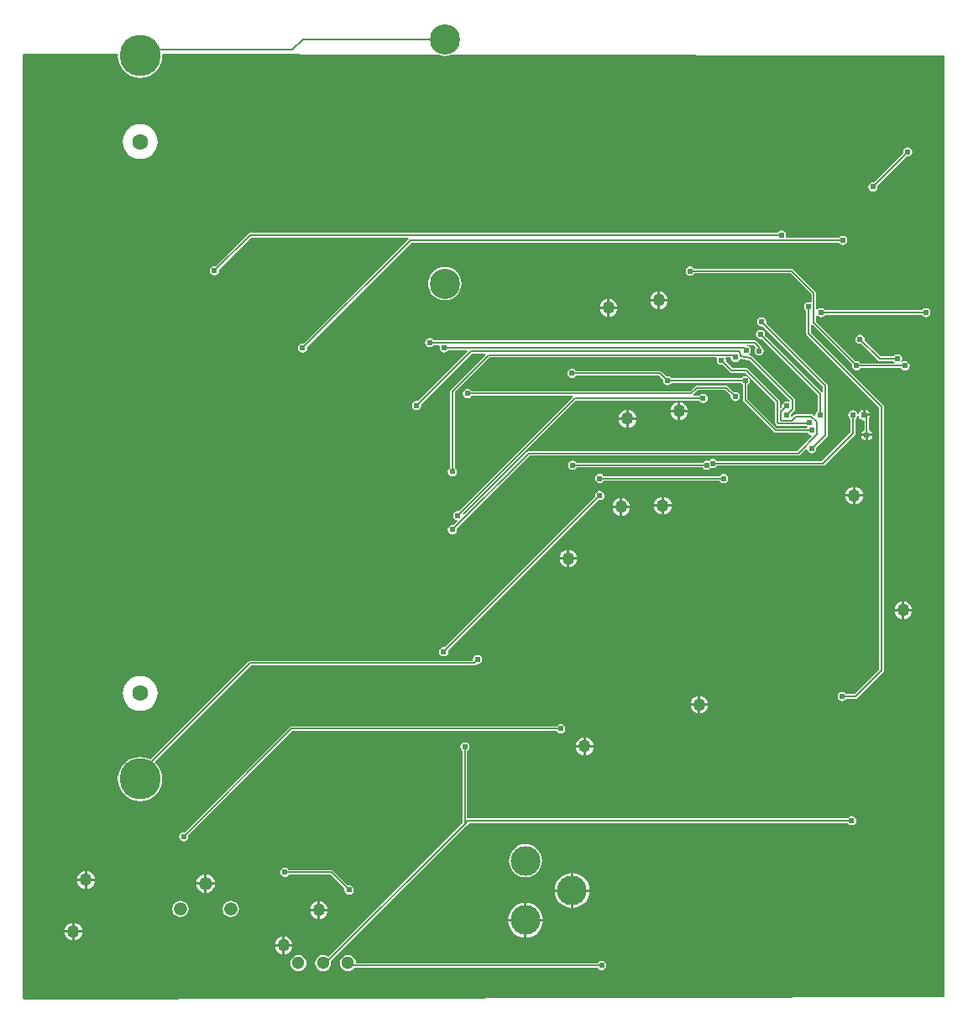
<source format=gbl>
G04*
G04 #@! TF.GenerationSoftware,Altium Limited,Altium Designer,19.1.7 (138)*
G04*
G04 Layer_Physical_Order=2*
G04 Layer_Color=16711680*
%FSLAX25Y25*%
%MOIN*%
G70*
G01*
G75*
%ADD77C,0.00600*%
%ADD78C,0.11988*%
%ADD79C,0.16358*%
%ADD80C,0.06299*%
%ADD81C,0.05118*%
%ADD82C,0.05264*%
%ADD83C,0.11811*%
%ADD84C,0.05000*%
%ADD85C,0.02400*%
G36*
X369375Y481204D02*
X369710Y480833D01*
X369678Y480508D01*
X369848Y478787D01*
X370350Y477132D01*
X371165Y475607D01*
X372262Y474270D01*
X373599Y473173D01*
X375124Y472358D01*
X376779Y471856D01*
X378500Y471686D01*
X380221Y471856D01*
X381876Y472358D01*
X383401Y473173D01*
X384738Y474270D01*
X385835Y475607D01*
X386650Y477132D01*
X387152Y478787D01*
X387322Y480508D01*
X387292Y480808D01*
X387628Y481179D01*
X496681Y481030D01*
X496964Y480878D01*
X498207Y480501D01*
X499500Y480374D01*
X500793Y480501D01*
X502036Y480878D01*
X502305Y481022D01*
X698000Y480755D01*
Y107000D01*
X332354Y106001D01*
X332000Y106354D01*
X332000Y480901D01*
X332354Y481254D01*
X369375Y481204D01*
D02*
G37*
%LPC*%
G36*
X683300Y444163D02*
X682598Y444023D01*
X682002Y443625D01*
X681604Y443030D01*
X681465Y442328D01*
X681554Y441879D01*
X669921Y430246D01*
X669472Y430335D01*
X668770Y430196D01*
X668175Y429798D01*
X667777Y429202D01*
X667637Y428500D01*
X667777Y427798D01*
X668175Y427202D01*
X668770Y426804D01*
X669472Y426665D01*
X670175Y426804D01*
X670770Y427202D01*
X671168Y427798D01*
X671308Y428500D01*
X671218Y428948D01*
X682852Y440582D01*
X683300Y440492D01*
X684002Y440632D01*
X684598Y441030D01*
X684996Y441625D01*
X685135Y442328D01*
X684996Y443030D01*
X684598Y443625D01*
X684002Y444023D01*
X683300Y444163D01*
D02*
G37*
G36*
X378500Y453405D02*
X377148Y453272D01*
X375847Y452877D01*
X374648Y452237D01*
X373598Y451374D01*
X372736Y450324D01*
X372095Y449125D01*
X371701Y447825D01*
X371567Y446472D01*
X371701Y445120D01*
X372095Y443819D01*
X372736Y442621D01*
X373598Y441570D01*
X374648Y440708D01*
X375847Y440067D01*
X377148Y439673D01*
X378500Y439540D01*
X379853Y439673D01*
X381153Y440067D01*
X382351Y440708D01*
X383402Y441570D01*
X384264Y442621D01*
X384905Y443819D01*
X385299Y445120D01*
X385433Y446472D01*
X385299Y447825D01*
X384905Y449125D01*
X384264Y450324D01*
X383402Y451374D01*
X382351Y452237D01*
X381153Y452877D01*
X379853Y453272D01*
X378500Y453405D01*
D02*
G37*
G36*
X633100Y411235D02*
X632398Y411096D01*
X631802Y410698D01*
X631548Y410318D01*
X422100D01*
X421749Y410248D01*
X421451Y410049D01*
X408448Y397046D01*
X408000Y397135D01*
X407298Y396996D01*
X406702Y396598D01*
X406304Y396002D01*
X406165Y395300D01*
X406304Y394598D01*
X406702Y394002D01*
X407298Y393604D01*
X408000Y393465D01*
X408702Y393604D01*
X409298Y394002D01*
X409696Y394598D01*
X409835Y395300D01*
X409746Y395748D01*
X422480Y408482D01*
X484954D01*
X485106Y407982D01*
X485042Y407940D01*
X443448Y366346D01*
X443000Y366435D01*
X442298Y366296D01*
X441702Y365898D01*
X441304Y365302D01*
X441165Y364600D01*
X441304Y363898D01*
X441702Y363302D01*
X442298Y362904D01*
X443000Y362765D01*
X443702Y362904D01*
X444298Y363302D01*
X444696Y363898D01*
X444835Y364600D01*
X444746Y365048D01*
X486071Y406374D01*
X655948D01*
X656202Y405994D01*
X656798Y405596D01*
X657500Y405456D01*
X658202Y405596D01*
X658798Y405994D01*
X659196Y406589D01*
X659335Y407291D01*
X659196Y407994D01*
X658798Y408589D01*
X658202Y408987D01*
X657500Y409127D01*
X656798Y408987D01*
X656202Y408589D01*
X655948Y408209D01*
X635067D01*
X634781Y408618D01*
X634798Y408709D01*
X634935Y409400D01*
X634796Y410102D01*
X634398Y410698D01*
X633802Y411096D01*
X633100Y411235D01*
D02*
G37*
G36*
X585000Y386964D02*
Y384000D01*
X587964D01*
X587910Y384414D01*
X587557Y385265D01*
X586996Y385996D01*
X586265Y386557D01*
X585414Y386910D01*
X585000Y386964D01*
D02*
G37*
G36*
X584000D02*
X583586Y386910D01*
X582735Y386557D01*
X582004Y385996D01*
X581443Y385265D01*
X581090Y384414D01*
X581036Y384000D01*
X584000D01*
Y386964D01*
D02*
G37*
G36*
X499500Y396776D02*
X498207Y396648D01*
X496964Y396271D01*
X495819Y395659D01*
X494815Y394835D01*
X493991Y393831D01*
X493378Y392685D01*
X493001Y391442D01*
X492874Y390150D01*
X493001Y388857D01*
X493378Y387614D01*
X493991Y386468D01*
X494815Y385464D01*
X495819Y384640D01*
X496964Y384028D01*
X498207Y383651D01*
X499500Y383524D01*
X500793Y383651D01*
X502036Y384028D01*
X503181Y384640D01*
X504185Y385464D01*
X505009Y386468D01*
X505622Y387614D01*
X505999Y388857D01*
X506126Y390150D01*
X505999Y391442D01*
X505622Y392685D01*
X505009Y393831D01*
X504185Y394835D01*
X503181Y395659D01*
X502036Y396271D01*
X500793Y396648D01*
X499500Y396776D01*
D02*
G37*
G36*
X596854Y396981D02*
X596152Y396841D01*
X595557Y396443D01*
X595159Y395848D01*
X595019Y395146D01*
X595159Y394443D01*
X595557Y393848D01*
X596152Y393450D01*
X596854Y393310D01*
X597557Y393450D01*
X598152Y393848D01*
X598406Y394228D01*
X636724D01*
X645082Y385870D01*
Y382854D01*
X644671Y382591D01*
X644582Y382599D01*
X643900Y382735D01*
X643198Y382596D01*
X642602Y382198D01*
X642204Y381602D01*
X642065Y380900D01*
X642204Y380198D01*
X642602Y379602D01*
X642982Y379348D01*
Y370400D01*
X643052Y370049D01*
X643251Y369751D01*
X671982Y341020D01*
Y237080D01*
X662120Y227218D01*
X658852D01*
X658598Y227598D01*
X658002Y227996D01*
X657300Y228135D01*
X656598Y227996D01*
X656002Y227598D01*
X655604Y227002D01*
X655465Y226300D01*
X655604Y225598D01*
X656002Y225002D01*
X656598Y224604D01*
X657300Y224465D01*
X658002Y224604D01*
X658598Y225002D01*
X658852Y225382D01*
X662500D01*
X662851Y225452D01*
X663149Y225651D01*
X673549Y236051D01*
X673748Y236349D01*
X673818Y236700D01*
Y341400D01*
X673748Y341751D01*
X673549Y342049D01*
X644818Y370780D01*
Y373750D01*
X645318Y373901D01*
X645351Y373851D01*
X661254Y357948D01*
X661165Y357500D01*
X661304Y356798D01*
X661702Y356202D01*
X662298Y355804D01*
X663000Y355665D01*
X663702Y355804D01*
X664298Y356202D01*
X664552Y356582D01*
X680648D01*
X680902Y356202D01*
X681498Y355804D01*
X682200Y355665D01*
X682902Y355804D01*
X683498Y356202D01*
X683896Y356798D01*
X684035Y357500D01*
X683896Y358202D01*
X683498Y358798D01*
X682902Y359196D01*
X682200Y359335D01*
X681498Y359196D01*
X681011Y358870D01*
X680650Y359231D01*
X680896Y359598D01*
X681035Y360300D01*
X680896Y361002D01*
X680498Y361598D01*
X679902Y361996D01*
X679200Y362135D01*
X678498Y361996D01*
X677902Y361598D01*
X677648Y361218D01*
X672506D01*
X666072Y367652D01*
X666161Y368100D01*
X666022Y368802D01*
X665624Y369398D01*
X665028Y369796D01*
X664326Y369935D01*
X663624Y369796D01*
X663028Y369398D01*
X662630Y368802D01*
X662491Y368100D01*
X662630Y367398D01*
X663028Y366802D01*
X663624Y366404D01*
X664326Y366265D01*
X664774Y366354D01*
X671477Y359651D01*
X671775Y359452D01*
X672126Y359382D01*
X677648D01*
X677902Y359002D01*
X678029Y358918D01*
X677877Y358418D01*
X664552D01*
X664298Y358798D01*
X663702Y359196D01*
X663000Y359335D01*
X662552Y359246D01*
X646918Y374880D01*
Y377355D01*
X647418Y377506D01*
X647554Y377302D01*
X648149Y376904D01*
X648852Y376765D01*
X649554Y376904D01*
X650149Y377302D01*
X650403Y377682D01*
X688848D01*
X689102Y377302D01*
X689698Y376904D01*
X690400Y376765D01*
X691102Y376904D01*
X691698Y377302D01*
X692096Y377898D01*
X692235Y378600D01*
X692096Y379302D01*
X691698Y379898D01*
X691102Y380296D01*
X690400Y380435D01*
X689698Y380296D01*
X689102Y379898D01*
X688848Y379518D01*
X650403D01*
X650149Y379898D01*
X649554Y380296D01*
X648852Y380435D01*
X648149Y380296D01*
X647554Y379898D01*
X647418Y379694D01*
X646918Y379845D01*
Y386250D01*
X646848Y386601D01*
X646649Y386899D01*
X637753Y395795D01*
X637456Y395993D01*
X637104Y396063D01*
X598406D01*
X598152Y396443D01*
X597557Y396841D01*
X596854Y396981D01*
D02*
G37*
G36*
X565000Y383964D02*
Y381000D01*
X567964D01*
X567910Y381414D01*
X567557Y382265D01*
X566996Y382996D01*
X566265Y383557D01*
X565414Y383910D01*
X565000Y383964D01*
D02*
G37*
G36*
X564000D02*
X563586Y383910D01*
X562735Y383557D01*
X562004Y382996D01*
X561443Y382265D01*
X561090Y381414D01*
X561036Y381000D01*
X564000D01*
Y383964D01*
D02*
G37*
G36*
X587964Y383000D02*
X585000D01*
Y380036D01*
X585414Y380090D01*
X586265Y380443D01*
X586996Y381004D01*
X587557Y381735D01*
X587910Y382586D01*
X587964Y383000D01*
D02*
G37*
G36*
X584000D02*
X581036D01*
X581090Y382586D01*
X581443Y381735D01*
X582004Y381004D01*
X582735Y380443D01*
X583586Y380090D01*
X584000Y380036D01*
Y383000D01*
D02*
G37*
G36*
X567964Y380000D02*
X565000D01*
Y377036D01*
X565414Y377090D01*
X566265Y377443D01*
X566996Y378004D01*
X567557Y378735D01*
X567910Y379586D01*
X567964Y380000D01*
D02*
G37*
G36*
X564000D02*
X561036D01*
X561090Y379586D01*
X561443Y378735D01*
X562004Y378004D01*
X562735Y377443D01*
X563586Y377090D01*
X564000Y377036D01*
Y380000D01*
D02*
G37*
G36*
X625300Y376735D02*
X624598Y376596D01*
X624002Y376198D01*
X623604Y375602D01*
X623465Y374900D01*
X623604Y374198D01*
X624002Y373602D01*
X624598Y373204D01*
X625300Y373065D01*
X625748Y373154D01*
X649632Y349270D01*
Y347014D01*
X649132Y346862D01*
X649099Y346912D01*
X626523Y369488D01*
X626613Y369936D01*
X626473Y370638D01*
X626075Y371234D01*
X625480Y371632D01*
X624777Y371771D01*
X624075Y371632D01*
X623480Y371234D01*
X623082Y370638D01*
X622942Y369936D01*
X623082Y369234D01*
X623480Y368638D01*
X624075Y368240D01*
X624777Y368101D01*
X625226Y368190D01*
X647532Y345883D01*
Y339537D01*
X647152Y339283D01*
X646754Y338688D01*
X646615Y337985D01*
X646663Y337742D01*
X646202Y337495D01*
X645649Y338049D01*
X645351Y338248D01*
X645000Y338318D01*
X638700D01*
X638349Y338248D01*
X638051Y338049D01*
X637269Y337266D01*
X636808Y337513D01*
X636885Y337900D01*
X636796Y338348D01*
X638149Y339702D01*
X638348Y339999D01*
X638418Y340350D01*
Y343850D01*
X638348Y344201D01*
X638149Y344499D01*
X621404Y361244D01*
X621310Y361307D01*
X621227Y361382D01*
X621163Y361405D01*
X621106Y361443D01*
X620996Y361465D01*
X620890Y361503D01*
X620331Y361587D01*
X620214Y362110D01*
X620409Y362241D01*
X620807Y362836D01*
X620947Y363538D01*
X620807Y364241D01*
X620409Y364836D01*
X619814Y365234D01*
X619569Y365282D01*
X619619Y365782D01*
X622120D01*
X622929Y364973D01*
X622902Y364703D01*
X622504Y364108D01*
X622365Y363406D01*
X622504Y362703D01*
X622902Y362108D01*
X623498Y361710D01*
X624200Y361570D01*
X624902Y361710D01*
X625498Y362108D01*
X625896Y362703D01*
X626035Y363406D01*
X625896Y364108D01*
X625498Y364703D01*
X625118Y364957D01*
Y365000D01*
X625048Y365351D01*
X624849Y365649D01*
X623149Y367349D01*
X622851Y367548D01*
X622500Y367618D01*
X494952D01*
X494698Y367998D01*
X494102Y368396D01*
X493400Y368535D01*
X492698Y368396D01*
X492102Y367998D01*
X491704Y367402D01*
X491565Y366700D01*
X491704Y365998D01*
X492102Y365402D01*
X492698Y365004D01*
X493400Y364865D01*
X494102Y365004D01*
X494698Y365402D01*
X494952Y365782D01*
X497346D01*
X497609Y365371D01*
X497601Y365282D01*
X497465Y364600D01*
X497604Y363898D01*
X498002Y363302D01*
X498598Y362904D01*
X499300Y362765D01*
X500002Y362904D01*
X500598Y363302D01*
X500852Y363682D01*
X508331D01*
X508523Y363220D01*
X488748Y343446D01*
X488300Y343535D01*
X487598Y343396D01*
X487002Y342998D01*
X486604Y342402D01*
X486465Y341700D01*
X486604Y340998D01*
X487002Y340402D01*
X487598Y340004D01*
X488300Y339865D01*
X489002Y340004D01*
X489598Y340402D01*
X489996Y340998D01*
X490135Y341700D01*
X490046Y342148D01*
X510180Y362282D01*
X515381D01*
X515573Y361820D01*
X501851Y348099D01*
X501652Y347801D01*
X501582Y347450D01*
Y317052D01*
X501202Y316798D01*
X500804Y316202D01*
X500665Y315500D01*
X500804Y314798D01*
X501202Y314202D01*
X501798Y313804D01*
X502500Y313665D01*
X503202Y313804D01*
X503798Y314202D01*
X504196Y314798D01*
X504335Y315500D01*
X504196Y316202D01*
X503798Y316798D01*
X503418Y317052D01*
Y347070D01*
X517230Y360882D01*
X607346D01*
X607609Y360471D01*
X607600Y360382D01*
X607465Y359700D01*
X607604Y358998D01*
X608002Y358402D01*
X608598Y358004D01*
X609300Y357865D01*
X609748Y357954D01*
X612681Y355021D01*
X612979Y354822D01*
X613330Y354752D01*
X618906D01*
X630652Y343006D01*
Y334880D01*
X630722Y334529D01*
X630921Y334231D01*
X631201Y333951D01*
X631498Y333752D01*
X631850Y333682D01*
X643132D01*
X643451Y333469D01*
X643522Y333268D01*
X643281Y332850D01*
X643153Y332768D01*
X631196D01*
X619617Y344346D01*
Y350043D01*
X619997Y350297D01*
X620395Y350892D01*
X620535Y351594D01*
X620395Y352297D01*
X619997Y352892D01*
X619402Y353290D01*
X618699Y353430D01*
X617997Y353290D01*
X617402Y352892D01*
X617148Y352512D01*
X589406D01*
X589152Y352892D01*
X588557Y353290D01*
X587854Y353430D01*
X587406Y353341D01*
X585598Y355149D01*
X585300Y355348D01*
X584949Y355418D01*
X551552D01*
X551298Y355798D01*
X550702Y356196D01*
X550000Y356335D01*
X549298Y356196D01*
X548702Y355798D01*
X548304Y355202D01*
X548165Y354500D01*
X548304Y353798D01*
X548702Y353202D01*
X549298Y352804D01*
X550000Y352665D01*
X550702Y352804D01*
X551298Y353202D01*
X551552Y353582D01*
X584569D01*
X586108Y352043D01*
X586019Y351594D01*
X586159Y350892D01*
X586557Y350297D01*
X587152Y349899D01*
X587854Y349759D01*
X588557Y349899D01*
X589152Y350297D01*
X589406Y350677D01*
X617148D01*
X617402Y350297D01*
X617782Y350043D01*
Y343966D01*
X617852Y343615D01*
X618050Y343317D01*
X630167Y331201D01*
X630464Y331002D01*
X630816Y330932D01*
X643548D01*
X643802Y330552D01*
X644398Y330154D01*
X644941Y330046D01*
X645157Y329555D01*
X639320Y323718D01*
X532800D01*
X532449Y323648D01*
X532151Y323449D01*
X507222Y298519D01*
X506668Y298673D01*
X506628Y298831D01*
X551480Y343682D01*
X600448D01*
X600702Y343302D01*
X601298Y342904D01*
X602000Y342765D01*
X602702Y342904D01*
X603298Y343302D01*
X603696Y343898D01*
X603835Y344600D01*
X603696Y345302D01*
X603298Y345898D01*
X602702Y346296D01*
X602000Y346435D01*
X601298Y346296D01*
X600702Y345898D01*
X600448Y345518D01*
X598222D01*
X598015Y346018D01*
X599830Y347832D01*
X610820D01*
X613004Y345648D01*
X612915Y345200D01*
X613054Y344498D01*
X613452Y343902D01*
X614048Y343504D01*
X614750Y343365D01*
X615452Y343504D01*
X616048Y343902D01*
X616446Y344498D01*
X616585Y345200D01*
X616446Y345902D01*
X616048Y346498D01*
X615452Y346896D01*
X614750Y347035D01*
X614302Y346946D01*
X611849Y349399D01*
X611551Y349598D01*
X611200Y349668D01*
X599450D01*
X599099Y349598D01*
X598801Y349399D01*
X596820Y347418D01*
X509952D01*
X509698Y347798D01*
X509102Y348196D01*
X508400Y348335D01*
X507698Y348196D01*
X507102Y347798D01*
X506704Y347202D01*
X506565Y346500D01*
X506704Y345798D01*
X507102Y345202D01*
X507698Y344804D01*
X508400Y344665D01*
X509102Y344804D01*
X509698Y345202D01*
X509952Y345582D01*
X550077D01*
X550285Y345082D01*
X505048Y299846D01*
X504600Y299935D01*
X503898Y299796D01*
X503302Y299398D01*
X502904Y298802D01*
X502765Y298100D01*
X502904Y297398D01*
X503302Y296802D01*
X503898Y296404D01*
X504316Y296321D01*
X504481Y295779D01*
X502948Y294246D01*
X502500Y294335D01*
X501798Y294196D01*
X501202Y293798D01*
X500804Y293202D01*
X500665Y292500D01*
X500804Y291798D01*
X501202Y291202D01*
X501798Y290804D01*
X502500Y290665D01*
X503202Y290804D01*
X503798Y291202D01*
X504196Y291798D01*
X504335Y292500D01*
X504246Y292948D01*
X533180Y321882D01*
X639700D01*
X640051Y321952D01*
X640349Y322151D01*
X642793Y324595D01*
X643305Y324400D01*
X643404Y323898D01*
X643802Y323302D01*
X644398Y322904D01*
X645100Y322765D01*
X645802Y322904D01*
X646398Y323302D01*
X646796Y323898D01*
X646935Y324600D01*
X646846Y325048D01*
X651199Y329401D01*
X651398Y329699D01*
X651468Y330050D01*
Y349650D01*
X651398Y350001D01*
X651199Y350299D01*
X627046Y374452D01*
X627135Y374900D01*
X626996Y375602D01*
X626598Y376198D01*
X626002Y376596D01*
X625300Y376735D01*
D02*
G37*
G36*
X593000Y342964D02*
Y340000D01*
X595964D01*
X595910Y340414D01*
X595557Y341265D01*
X594996Y341996D01*
X594265Y342557D01*
X593414Y342910D01*
X593000Y342964D01*
D02*
G37*
G36*
X592000D02*
X591586Y342910D01*
X590735Y342557D01*
X590004Y341996D01*
X589443Y341265D01*
X589090Y340414D01*
X589036Y340000D01*
X592000D01*
Y342964D01*
D02*
G37*
G36*
X666500Y340144D02*
Y338500D01*
X668144D01*
X668072Y338858D01*
X667586Y339586D01*
X666858Y340072D01*
X666500Y340144D01*
D02*
G37*
G36*
X665500D02*
X665142Y340072D01*
X664414Y339586D01*
X663928Y338858D01*
X663811Y338274D01*
X663801Y338222D01*
X663291D01*
X663281Y338274D01*
X663196Y338702D01*
X662798Y339298D01*
X662202Y339696D01*
X661500Y339835D01*
X660798Y339696D01*
X660202Y339298D01*
X659804Y338702D01*
X659665Y338000D01*
X659804Y337298D01*
X660202Y336702D01*
X660582Y336448D01*
Y331180D01*
X649120Y319718D01*
X607452D01*
X607198Y320098D01*
X606602Y320496D01*
X605900Y320635D01*
X605198Y320496D01*
X604602Y320098D01*
X604294Y319637D01*
X604057Y319796D01*
X603354Y319935D01*
X602652Y319796D01*
X602057Y319398D01*
X601802Y319018D01*
X551852D01*
X551598Y319398D01*
X551002Y319796D01*
X550300Y319935D01*
X549598Y319796D01*
X549002Y319398D01*
X548604Y318802D01*
X548465Y318100D01*
X548604Y317398D01*
X549002Y316802D01*
X549598Y316404D01*
X550300Y316265D01*
X551002Y316404D01*
X551598Y316802D01*
X551852Y317182D01*
X601802D01*
X602057Y316802D01*
X602652Y316404D01*
X603354Y316265D01*
X604057Y316404D01*
X604652Y316802D01*
X604960Y317263D01*
X605198Y317104D01*
X605900Y316965D01*
X606602Y317104D01*
X607198Y317502D01*
X607452Y317882D01*
X649500D01*
X649851Y317952D01*
X650149Y318151D01*
X662149Y330151D01*
X662348Y330449D01*
X662418Y330800D01*
Y336448D01*
X662798Y336702D01*
X663196Y337298D01*
X663281Y337726D01*
X663291Y337778D01*
X663801D01*
X663811Y337726D01*
X663928Y337142D01*
X664414Y336414D01*
X665142Y335928D01*
X666000Y335757D01*
X666082Y335689D01*
Y332033D01*
X665414Y331586D01*
X664928Y330858D01*
X664856Y330500D01*
X669144D01*
X669072Y330858D01*
X668586Y331586D01*
X667918Y332033D01*
Y336910D01*
X668072Y337142D01*
X668144Y337500D01*
X666000D01*
Y338000D01*
X665500D01*
Y340144D01*
D02*
G37*
G36*
X572500Y339964D02*
Y337000D01*
X575464D01*
X575410Y337414D01*
X575057Y338265D01*
X574496Y338996D01*
X573765Y339557D01*
X572914Y339910D01*
X572500Y339964D01*
D02*
G37*
G36*
X571500D02*
X571086Y339910D01*
X570235Y339557D01*
X569504Y338996D01*
X568943Y338265D01*
X568590Y337414D01*
X568536Y337000D01*
X571500D01*
Y339964D01*
D02*
G37*
G36*
X595964Y339000D02*
X593000D01*
Y336036D01*
X593414Y336090D01*
X594265Y336443D01*
X594996Y337004D01*
X595557Y337735D01*
X595910Y338586D01*
X595964Y339000D01*
D02*
G37*
G36*
X592000D02*
X589036D01*
X589090Y338586D01*
X589443Y337735D01*
X590004Y337004D01*
X590735Y336443D01*
X591586Y336090D01*
X592000Y336036D01*
Y339000D01*
D02*
G37*
G36*
X575464Y336000D02*
X572500D01*
Y333036D01*
X572914Y333090D01*
X573765Y333443D01*
X574496Y334004D01*
X575057Y334735D01*
X575410Y335586D01*
X575464Y336000D01*
D02*
G37*
G36*
X571500D02*
X568536D01*
X568590Y335586D01*
X568943Y334735D01*
X569504Y334004D01*
X570235Y333443D01*
X571086Y333090D01*
X571500Y333036D01*
Y336000D01*
D02*
G37*
G36*
X669144Y329500D02*
X667500D01*
Y327856D01*
X667858Y327928D01*
X668586Y328414D01*
X669072Y329142D01*
X669144Y329500D01*
D02*
G37*
G36*
X666500D02*
X664856D01*
X664928Y329142D01*
X665414Y328414D01*
X666142Y327928D01*
X666500Y327856D01*
Y329500D01*
D02*
G37*
G36*
X610100Y314635D02*
X609398Y314496D01*
X608802Y314098D01*
X608548Y313718D01*
X562552D01*
X562298Y314098D01*
X561702Y314496D01*
X561000Y314635D01*
X560298Y314496D01*
X559702Y314098D01*
X559304Y313502D01*
X559165Y312800D01*
X559304Y312098D01*
X559702Y311502D01*
X560298Y311104D01*
X561000Y310965D01*
X561702Y311104D01*
X562298Y311502D01*
X562552Y311882D01*
X608548D01*
X608802Y311502D01*
X609398Y311104D01*
X610100Y310965D01*
X610802Y311104D01*
X611398Y311502D01*
X611796Y312098D01*
X611935Y312800D01*
X611796Y313502D01*
X611398Y314098D01*
X610802Y314496D01*
X610100Y314635D01*
D02*
G37*
G36*
X662500Y309464D02*
Y306500D01*
X665464D01*
X665410Y306914D01*
X665057Y307765D01*
X664496Y308496D01*
X663765Y309057D01*
X662914Y309410D01*
X662500Y309464D01*
D02*
G37*
G36*
X661500D02*
X661086Y309410D01*
X660235Y309057D01*
X659504Y308496D01*
X658943Y307765D01*
X658590Y306914D01*
X658536Y306500D01*
X661500D01*
Y309464D01*
D02*
G37*
G36*
X561000Y307835D02*
X560298Y307696D01*
X559702Y307298D01*
X559304Y306702D01*
X559165Y306000D01*
X559254Y305552D01*
X499448Y245746D01*
X499000Y245835D01*
X498298Y245696D01*
X497702Y245298D01*
X497304Y244702D01*
X497165Y244000D01*
X497304Y243298D01*
X497702Y242702D01*
X498298Y242304D01*
X499000Y242165D01*
X499702Y242304D01*
X500298Y242702D01*
X500696Y243298D01*
X500835Y244000D01*
X500746Y244448D01*
X560552Y304254D01*
X561000Y304165D01*
X561702Y304304D01*
X562298Y304702D01*
X562696Y305298D01*
X562835Y306000D01*
X562696Y306702D01*
X562298Y307298D01*
X561702Y307696D01*
X561000Y307835D01*
D02*
G37*
G36*
X665464Y305500D02*
X662500D01*
Y302536D01*
X662914Y302590D01*
X663765Y302943D01*
X664496Y303504D01*
X665057Y304235D01*
X665410Y305086D01*
X665464Y305500D01*
D02*
G37*
G36*
X661500D02*
X658536D01*
X658590Y305086D01*
X658943Y304235D01*
X659504Y303504D01*
X660235Y302943D01*
X661086Y302590D01*
X661500Y302536D01*
Y305500D01*
D02*
G37*
G36*
X586500Y305464D02*
Y302500D01*
X589464D01*
X589410Y302914D01*
X589057Y303765D01*
X588496Y304496D01*
X587765Y305057D01*
X586914Y305410D01*
X586500Y305464D01*
D02*
G37*
G36*
X585500D02*
X585086Y305410D01*
X584235Y305057D01*
X583504Y304496D01*
X582943Y303765D01*
X582590Y302914D01*
X582536Y302500D01*
X585500D01*
Y305464D01*
D02*
G37*
G36*
X570000Y304964D02*
Y302000D01*
X572964D01*
X572910Y302414D01*
X572557Y303265D01*
X571996Y303996D01*
X571265Y304557D01*
X570414Y304910D01*
X570000Y304964D01*
D02*
G37*
G36*
X569000D02*
X568586Y304910D01*
X567735Y304557D01*
X567004Y303996D01*
X566443Y303265D01*
X566090Y302414D01*
X566036Y302000D01*
X569000D01*
Y304964D01*
D02*
G37*
G36*
X589464Y301500D02*
X586500D01*
Y298536D01*
X586914Y298590D01*
X587765Y298943D01*
X588496Y299504D01*
X589057Y300235D01*
X589410Y301086D01*
X589464Y301500D01*
D02*
G37*
G36*
X585500D02*
X582536D01*
X582590Y301086D01*
X582943Y300235D01*
X583504Y299504D01*
X584235Y298943D01*
X585086Y298590D01*
X585500Y298536D01*
Y301500D01*
D02*
G37*
G36*
X572964Y301000D02*
X570000D01*
Y298036D01*
X570414Y298090D01*
X571265Y298443D01*
X571996Y299004D01*
X572557Y299735D01*
X572910Y300586D01*
X572964Y301000D01*
D02*
G37*
G36*
X569000D02*
X566036D01*
X566090Y300586D01*
X566443Y299735D01*
X567004Y299004D01*
X567735Y298443D01*
X568586Y298090D01*
X569000Y298036D01*
Y301000D01*
D02*
G37*
G36*
X549000Y284464D02*
Y281500D01*
X551964D01*
X551910Y281914D01*
X551557Y282765D01*
X550996Y283496D01*
X550265Y284057D01*
X549414Y284410D01*
X549000Y284464D01*
D02*
G37*
G36*
X548000D02*
X547586Y284410D01*
X546735Y284057D01*
X546004Y283496D01*
X545443Y282765D01*
X545090Y281914D01*
X545036Y281500D01*
X548000D01*
Y284464D01*
D02*
G37*
G36*
X551964Y280500D02*
X549000D01*
Y277536D01*
X549414Y277590D01*
X550265Y277943D01*
X550996Y278504D01*
X551557Y279235D01*
X551910Y280086D01*
X551964Y280500D01*
D02*
G37*
G36*
X548000D02*
X545036D01*
X545090Y280086D01*
X545443Y279235D01*
X546004Y278504D01*
X546735Y277943D01*
X547586Y277590D01*
X548000Y277536D01*
Y280500D01*
D02*
G37*
G36*
X682000Y263964D02*
Y261000D01*
X684964D01*
X684910Y261414D01*
X684557Y262265D01*
X683996Y262996D01*
X683265Y263557D01*
X682414Y263910D01*
X682000Y263964D01*
D02*
G37*
G36*
X681000D02*
X680586Y263910D01*
X679735Y263557D01*
X679004Y262996D01*
X678443Y262265D01*
X678090Y261414D01*
X678036Y261000D01*
X681000D01*
Y263964D01*
D02*
G37*
G36*
X684964Y260000D02*
X682000D01*
Y257036D01*
X682414Y257090D01*
X683265Y257443D01*
X683996Y258004D01*
X684557Y258735D01*
X684910Y259586D01*
X684964Y260000D01*
D02*
G37*
G36*
X681000D02*
X678036D01*
X678090Y259586D01*
X678443Y258735D01*
X679004Y258004D01*
X679735Y257443D01*
X680586Y257090D01*
X681000Y257036D01*
Y260000D01*
D02*
G37*
G36*
X512500Y242735D02*
X511798Y242596D01*
X511202Y242198D01*
X510804Y241602D01*
X510665Y240900D01*
X510684Y240804D01*
X510367Y240418D01*
X422035D01*
X421684Y240348D01*
X421386Y240149D01*
X382535Y201298D01*
X381876Y201650D01*
X380221Y202152D01*
X378500Y202322D01*
X376779Y202152D01*
X375124Y201650D01*
X373599Y200835D01*
X372262Y199738D01*
X371165Y198401D01*
X370350Y196876D01*
X369848Y195221D01*
X369678Y193500D01*
X369848Y191779D01*
X370350Y190124D01*
X371165Y188599D01*
X372262Y187262D01*
X373599Y186165D01*
X375124Y185350D01*
X376779Y184848D01*
X378500Y184678D01*
X380221Y184848D01*
X381876Y185350D01*
X383401Y186165D01*
X384738Y187262D01*
X385835Y188599D01*
X386650Y190124D01*
X387152Y191779D01*
X387322Y193500D01*
X387152Y195221D01*
X386650Y196876D01*
X385835Y198401D01*
X384738Y199738D01*
X384385Y200028D01*
X384360Y200527D01*
X422415Y238582D01*
X511250D01*
X511601Y238652D01*
X511899Y238851D01*
X512177Y239129D01*
X512500Y239065D01*
X513202Y239204D01*
X513798Y239602D01*
X514196Y240198D01*
X514335Y240900D01*
X514196Y241602D01*
X513798Y242198D01*
X513202Y242596D01*
X512500Y242735D01*
D02*
G37*
G36*
X601000Y226464D02*
Y223500D01*
X603964D01*
X603910Y223914D01*
X603557Y224765D01*
X602996Y225496D01*
X602265Y226057D01*
X601414Y226410D01*
X601000Y226464D01*
D02*
G37*
G36*
X600000D02*
X599586Y226410D01*
X598735Y226057D01*
X598004Y225496D01*
X597443Y224765D01*
X597090Y223914D01*
X597036Y223500D01*
X600000D01*
Y226464D01*
D02*
G37*
G36*
X378500Y234468D02*
X377148Y234335D01*
X375847Y233940D01*
X374648Y233300D01*
X373598Y232437D01*
X372736Y231387D01*
X372095Y230188D01*
X371701Y228888D01*
X371567Y227535D01*
X371701Y226183D01*
X372095Y224882D01*
X372736Y223684D01*
X373598Y222633D01*
X374648Y221771D01*
X375847Y221130D01*
X377148Y220736D01*
X378500Y220603D01*
X379853Y220736D01*
X381153Y221130D01*
X382351Y221771D01*
X383402Y222633D01*
X384264Y223684D01*
X384905Y224882D01*
X385299Y226183D01*
X385433Y227535D01*
X385299Y228888D01*
X384905Y230188D01*
X384264Y231387D01*
X383402Y232437D01*
X382351Y233300D01*
X381153Y233940D01*
X379853Y234335D01*
X378500Y234468D01*
D02*
G37*
G36*
X603964Y222500D02*
X601000D01*
Y219536D01*
X601414Y219590D01*
X602265Y219943D01*
X602996Y220504D01*
X603557Y221235D01*
X603910Y222086D01*
X603964Y222500D01*
D02*
G37*
G36*
X600000D02*
X597036D01*
X597090Y222086D01*
X597443Y221235D01*
X598004Y220504D01*
X598735Y219943D01*
X599586Y219590D01*
X600000Y219536D01*
Y222500D01*
D02*
G37*
G36*
X545500Y215335D02*
X544798Y215196D01*
X544202Y214798D01*
X543948Y214418D01*
X438600D01*
X438249Y214348D01*
X437951Y214149D01*
X396170Y172368D01*
X395722Y172457D01*
X395020Y172318D01*
X394424Y171920D01*
X394026Y171324D01*
X393887Y170622D01*
X394026Y169920D01*
X394424Y169324D01*
X395020Y168926D01*
X395722Y168787D01*
X396424Y168926D01*
X397020Y169324D01*
X397418Y169920D01*
X397557Y170622D01*
X397468Y171070D01*
X438980Y212582D01*
X543948D01*
X544202Y212202D01*
X544798Y211804D01*
X545500Y211665D01*
X546202Y211804D01*
X546798Y212202D01*
X547196Y212798D01*
X547335Y213500D01*
X547196Y214202D01*
X546798Y214798D01*
X546202Y215196D01*
X545500Y215335D01*
D02*
G37*
G36*
X555500Y209964D02*
Y207000D01*
X558464D01*
X558410Y207414D01*
X558057Y208265D01*
X557496Y208996D01*
X556765Y209557D01*
X555914Y209910D01*
X555500Y209964D01*
D02*
G37*
G36*
X554500D02*
X554086Y209910D01*
X553235Y209557D01*
X552504Y208996D01*
X551943Y208265D01*
X551590Y207414D01*
X551536Y207000D01*
X554500D01*
Y209964D01*
D02*
G37*
G36*
X558464Y206000D02*
X555500D01*
Y203036D01*
X555914Y203090D01*
X556765Y203443D01*
X557496Y204004D01*
X558057Y204735D01*
X558410Y205586D01*
X558464Y206000D01*
D02*
G37*
G36*
X554500D02*
X551536D01*
X551590Y205586D01*
X551943Y204735D01*
X552504Y204004D01*
X553235Y203443D01*
X554086Y203090D01*
X554500Y203036D01*
Y206000D01*
D02*
G37*
G36*
X507400Y208035D02*
X506698Y207896D01*
X506102Y207498D01*
X505704Y206902D01*
X505565Y206200D01*
X505704Y205498D01*
X506102Y204902D01*
X506482Y204648D01*
Y176123D01*
X453242Y122882D01*
X452751Y123259D01*
X451982Y123578D01*
X451157Y123686D01*
X450333Y123578D01*
X449564Y123259D01*
X448904Y122753D01*
X448398Y122093D01*
X448080Y121325D01*
X447971Y120500D01*
X448080Y119675D01*
X448398Y118907D01*
X448904Y118247D01*
X449564Y117741D01*
X450333Y117422D01*
X451157Y117314D01*
X451982Y117422D01*
X452751Y117741D01*
X453410Y118247D01*
X453917Y118907D01*
X454235Y119675D01*
X454344Y120500D01*
X454240Y121285D01*
X508049Y175094D01*
X509037Y176082D01*
X659448D01*
X659702Y175702D01*
X660298Y175304D01*
X661000Y175165D01*
X661702Y175304D01*
X662298Y175702D01*
X662696Y176298D01*
X662835Y177000D01*
X662696Y177702D01*
X662298Y178298D01*
X661702Y178696D01*
X661000Y178835D01*
X660298Y178696D01*
X659702Y178298D01*
X659448Y177918D01*
X508657D01*
X508318Y178197D01*
Y204648D01*
X508698Y204902D01*
X509096Y205498D01*
X509235Y206200D01*
X509096Y206902D01*
X508698Y207498D01*
X508102Y207896D01*
X507400Y208035D01*
D02*
G37*
G36*
X531500Y167659D02*
X530225Y167533D01*
X528998Y167161D01*
X527868Y166557D01*
X526878Y165744D01*
X526065Y164754D01*
X525461Y163624D01*
X525089Y162397D01*
X524963Y161122D01*
X525089Y159847D01*
X525461Y158620D01*
X526065Y157490D01*
X526878Y156500D01*
X527868Y155687D01*
X528998Y155083D01*
X530225Y154711D01*
X531500Y154585D01*
X532775Y154711D01*
X534002Y155083D01*
X535132Y155687D01*
X536122Y156500D01*
X536935Y157490D01*
X537539Y158620D01*
X537911Y159847D01*
X538037Y161122D01*
X537911Y162397D01*
X537539Y163624D01*
X536935Y164754D01*
X536122Y165744D01*
X535132Y166557D01*
X534002Y167161D01*
X532775Y167533D01*
X531500Y167659D01*
D02*
G37*
G36*
X357500Y156964D02*
Y154000D01*
X360464D01*
X360410Y154414D01*
X360057Y155265D01*
X359496Y155996D01*
X358765Y156557D01*
X357914Y156910D01*
X357500Y156964D01*
D02*
G37*
G36*
X356500D02*
X356086Y156910D01*
X355235Y156557D01*
X354504Y155996D01*
X353943Y155265D01*
X353590Y154414D01*
X353536Y154000D01*
X356500D01*
Y156964D01*
D02*
G37*
G36*
X405000Y155597D02*
Y152500D01*
X408097D01*
X408038Y152948D01*
X407672Y153832D01*
X407090Y154590D01*
X406332Y155173D01*
X405448Y155538D01*
X405000Y155597D01*
D02*
G37*
G36*
X404000D02*
X403552Y155538D01*
X402668Y155173D01*
X401910Y154590D01*
X401328Y153832D01*
X400962Y152948D01*
X400903Y152500D01*
X404000D01*
Y155597D01*
D02*
G37*
G36*
X360464Y153000D02*
X357500D01*
Y150036D01*
X357914Y150090D01*
X358765Y150443D01*
X359496Y151004D01*
X360057Y151735D01*
X360410Y152586D01*
X360464Y153000D01*
D02*
G37*
G36*
X356500D02*
X353536D01*
X353590Y152586D01*
X353943Y151735D01*
X354504Y151004D01*
X355235Y150443D01*
X356086Y150090D01*
X356500Y150036D01*
Y153000D01*
D02*
G37*
G36*
X550504Y156201D02*
Y149811D01*
X556894D01*
X556810Y150665D01*
X556415Y151966D01*
X555773Y153166D01*
X554911Y154218D01*
X553859Y155080D01*
X552659Y155722D01*
X551358Y156117D01*
X550504Y156201D01*
D02*
G37*
G36*
X549504D02*
X548650Y156117D01*
X547349Y155722D01*
X546149Y155080D01*
X545097Y154218D01*
X544235Y153166D01*
X543593Y151966D01*
X543198Y150665D01*
X543114Y149811D01*
X549504D01*
Y156201D01*
D02*
G37*
G36*
X408097Y151500D02*
X405000D01*
Y148403D01*
X405448Y148462D01*
X406332Y148828D01*
X407090Y149410D01*
X407672Y150168D01*
X408038Y151052D01*
X408097Y151500D01*
D02*
G37*
G36*
X404000D02*
X400903D01*
X400962Y151052D01*
X401328Y150168D01*
X401910Y149410D01*
X402668Y148828D01*
X403552Y148462D01*
X404000Y148403D01*
Y151500D01*
D02*
G37*
G36*
X436000Y158335D02*
X435298Y158196D01*
X434702Y157798D01*
X434304Y157202D01*
X434165Y156500D01*
X434304Y155798D01*
X434702Y155202D01*
X435298Y154804D01*
X436000Y154665D01*
X436702Y154804D01*
X437298Y155202D01*
X437552Y155582D01*
X454020D01*
X459654Y149948D01*
X459565Y149500D01*
X459704Y148798D01*
X460102Y148202D01*
X460698Y147804D01*
X461400Y147665D01*
X462102Y147804D01*
X462698Y148202D01*
X463096Y148798D01*
X463235Y149500D01*
X463096Y150202D01*
X462698Y150798D01*
X462102Y151196D01*
X461400Y151335D01*
X460952Y151246D01*
X455049Y157149D01*
X454751Y157348D01*
X454400Y157418D01*
X437552D01*
X437298Y157798D01*
X436702Y158196D01*
X436000Y158335D01*
D02*
G37*
G36*
X556894Y148811D02*
X550504D01*
Y142421D01*
X551358Y142505D01*
X552659Y142900D01*
X553859Y143542D01*
X554911Y144404D01*
X555773Y145456D01*
X556415Y146656D01*
X556810Y147957D01*
X556894Y148811D01*
D02*
G37*
G36*
X549504D02*
X543114D01*
X543198Y147957D01*
X543593Y146656D01*
X544235Y145456D01*
X545097Y144404D01*
X546149Y143542D01*
X547349Y142900D01*
X548650Y142505D01*
X549504Y142421D01*
Y148811D01*
D02*
G37*
G36*
X450000Y144964D02*
Y142000D01*
X452964D01*
X452910Y142414D01*
X452557Y143265D01*
X451996Y143996D01*
X451265Y144557D01*
X450414Y144910D01*
X450000Y144964D01*
D02*
G37*
G36*
X449000D02*
X448586Y144910D01*
X447735Y144557D01*
X447004Y143996D01*
X446443Y143265D01*
X446090Y142414D01*
X446036Y142000D01*
X449000D01*
Y144964D01*
D02*
G37*
G36*
X414500Y145260D02*
X413656Y145149D01*
X412870Y144823D01*
X412195Y144305D01*
X411677Y143630D01*
X411351Y142844D01*
X411240Y142000D01*
X411351Y141156D01*
X411677Y140370D01*
X412195Y139695D01*
X412870Y139177D01*
X413656Y138851D01*
X414500Y138740D01*
X415344Y138851D01*
X416130Y139177D01*
X416805Y139695D01*
X417323Y140370D01*
X417649Y141156D01*
X417760Y142000D01*
X417649Y142844D01*
X417323Y143630D01*
X416805Y144305D01*
X416130Y144823D01*
X415344Y145149D01*
X414500Y145260D01*
D02*
G37*
G36*
X394500D02*
X393656Y145149D01*
X392870Y144823D01*
X392195Y144305D01*
X391677Y143630D01*
X391351Y142844D01*
X391240Y142000D01*
X391351Y141156D01*
X391677Y140370D01*
X392195Y139695D01*
X392870Y139177D01*
X393656Y138851D01*
X394500Y138740D01*
X395344Y138851D01*
X396130Y139177D01*
X396805Y139695D01*
X397323Y140370D01*
X397649Y141156D01*
X397760Y142000D01*
X397649Y142844D01*
X397323Y143630D01*
X396805Y144305D01*
X396130Y144823D01*
X395344Y145149D01*
X394500Y145260D01*
D02*
G37*
G36*
X452964Y141000D02*
X450000D01*
Y138036D01*
X450414Y138090D01*
X451265Y138443D01*
X451996Y139004D01*
X452557Y139735D01*
X452910Y140586D01*
X452964Y141000D01*
D02*
G37*
G36*
X449000D02*
X446036D01*
X446090Y140586D01*
X446443Y139735D01*
X447004Y139004D01*
X447735Y138443D01*
X448586Y138090D01*
X449000Y138036D01*
Y141000D01*
D02*
G37*
G36*
X532000Y144390D02*
Y138000D01*
X538390D01*
X538306Y138854D01*
X537911Y140155D01*
X537269Y141355D01*
X536407Y142407D01*
X535355Y143270D01*
X534155Y143911D01*
X532854Y144306D01*
X532000Y144390D01*
D02*
G37*
G36*
X531000D02*
X530146Y144306D01*
X528845Y143911D01*
X527645Y143270D01*
X526593Y142407D01*
X525731Y141355D01*
X525089Y140155D01*
X524694Y138854D01*
X524610Y138000D01*
X531000D01*
Y144390D01*
D02*
G37*
G36*
X352500Y136464D02*
Y133500D01*
X355464D01*
X355410Y133914D01*
X355057Y134765D01*
X354496Y135496D01*
X353765Y136057D01*
X352914Y136410D01*
X352500Y136464D01*
D02*
G37*
G36*
X351500D02*
X351086Y136410D01*
X350235Y136057D01*
X349504Y135496D01*
X348943Y134765D01*
X348590Y133914D01*
X348536Y133500D01*
X351500D01*
Y136464D01*
D02*
G37*
G36*
X538390Y137000D02*
X532000D01*
Y130610D01*
X532854Y130694D01*
X534155Y131089D01*
X535355Y131730D01*
X536407Y132593D01*
X537269Y133645D01*
X537911Y134845D01*
X538306Y136146D01*
X538390Y137000D01*
D02*
G37*
G36*
X531000D02*
X524610D01*
X524694Y136146D01*
X525089Y134845D01*
X525731Y133645D01*
X526593Y132593D01*
X527645Y131730D01*
X528845Y131089D01*
X530146Y130694D01*
X531000Y130610D01*
Y137000D01*
D02*
G37*
G36*
X355464Y132500D02*
X352500D01*
Y129536D01*
X352914Y129590D01*
X353765Y129943D01*
X354496Y130504D01*
X355057Y131235D01*
X355410Y132086D01*
X355464Y132500D01*
D02*
G37*
G36*
X351500D02*
X348536D01*
X348590Y132086D01*
X348943Y131235D01*
X349504Y130504D01*
X350235Y129943D01*
X351086Y129590D01*
X351500Y129536D01*
Y132500D01*
D02*
G37*
G36*
X436000Y130964D02*
Y128000D01*
X438964D01*
X438910Y128414D01*
X438557Y129265D01*
X437996Y129996D01*
X437265Y130557D01*
X436414Y130910D01*
X436000Y130964D01*
D02*
G37*
G36*
X435000D02*
X434586Y130910D01*
X433735Y130557D01*
X433004Y129996D01*
X432443Y129265D01*
X432090Y128414D01*
X432036Y128000D01*
X435000D01*
Y130964D01*
D02*
G37*
G36*
X438964Y127000D02*
X436000D01*
Y124036D01*
X436414Y124090D01*
X437265Y124443D01*
X437996Y125004D01*
X438557Y125735D01*
X438910Y126586D01*
X438964Y127000D01*
D02*
G37*
G36*
X435000D02*
X432036D01*
X432090Y126586D01*
X432443Y125735D01*
X433004Y125004D01*
X433735Y124443D01*
X434586Y124090D01*
X435000Y124036D01*
Y127000D01*
D02*
G37*
G36*
X461000Y123686D02*
X460175Y123578D01*
X459407Y123259D01*
X458747Y122753D01*
X458241Y122093D01*
X457922Y121325D01*
X457814Y120500D01*
X457922Y119675D01*
X458241Y118907D01*
X458747Y118247D01*
X459407Y117741D01*
X460175Y117422D01*
X461000Y117314D01*
X461825Y117422D01*
X462593Y117741D01*
X463253Y118247D01*
X463511Y118582D01*
X560148D01*
X560402Y118202D01*
X560998Y117804D01*
X561700Y117665D01*
X562402Y117804D01*
X562998Y118202D01*
X563396Y118798D01*
X563535Y119500D01*
X563396Y120202D01*
X562998Y120798D01*
X562402Y121196D01*
X561700Y121335D01*
X560998Y121196D01*
X560402Y120798D01*
X560148Y120418D01*
X464259D01*
X464186Y120500D01*
X464078Y121325D01*
X463759Y122093D01*
X463253Y122753D01*
X462593Y123259D01*
X461825Y123578D01*
X461000Y123686D01*
D02*
G37*
G36*
X441315D02*
X440490Y123578D01*
X439722Y123259D01*
X439062Y122753D01*
X438556Y122093D01*
X438237Y121325D01*
X438129Y120500D01*
X438237Y119675D01*
X438556Y118907D01*
X439062Y118247D01*
X439722Y117741D01*
X440490Y117422D01*
X441315Y117314D01*
X442140Y117422D01*
X442908Y117741D01*
X443568Y118247D01*
X444074Y118907D01*
X444393Y119675D01*
X444501Y120500D01*
X444393Y121325D01*
X444074Y122093D01*
X443568Y122753D01*
X442908Y123259D01*
X442140Y123578D01*
X441315Y123686D01*
D02*
G37*
%LPD*%
G36*
X612965Y360850D02*
X613104Y360148D01*
X613502Y359552D01*
X614098Y359154D01*
X614800Y359015D01*
X615502Y359154D01*
X616098Y359552D01*
X616496Y360148D01*
X616764Y360265D01*
X620320Y359733D01*
X636362Y343691D01*
X636329Y343418D01*
X635795Y343173D01*
X635761Y343196D01*
X635059Y343335D01*
X634357Y343196D01*
X633761Y342798D01*
X633363Y342202D01*
X633224Y341500D01*
X633313Y341052D01*
X632949Y340688D01*
X632487Y340879D01*
Y343386D01*
X632417Y343737D01*
X632219Y344035D01*
X619935Y356318D01*
X619637Y356517D01*
X619286Y356587D01*
X613710D01*
X611046Y359252D01*
X611135Y359700D01*
X610999Y360382D01*
X610991Y360471D01*
X611254Y360882D01*
X612938D01*
X612965Y360850D01*
D02*
G37*
D77*
X666448Y338000D02*
X667000Y337449D01*
X666000Y338000D02*
X666448D01*
X667000Y330000D02*
Y337449D01*
X661500Y330800D02*
Y338000D01*
X649500Y318800D02*
X661500Y330800D01*
X605900Y318800D02*
X649500D01*
X507400Y175743D02*
X508657Y177000D01*
X451157Y119500D02*
X507400Y175743D01*
X485691Y407291D02*
X657500D01*
X443000Y364600D02*
X485691Y407291D01*
X499300Y364600D02*
X618050D01*
X619112Y363538D01*
X624200Y363406D02*
Y365000D01*
X622500Y366700D02*
X624200Y365000D01*
X493400Y366700D02*
X622500D01*
X613850Y361800D02*
X614800Y360850D01*
X516850Y361800D02*
X613850D01*
X502500Y347450D02*
X516850Y361800D01*
X502500Y315500D02*
Y347450D01*
X508400Y346500D02*
X597200D01*
X599450Y348750D01*
X611200D01*
X614750Y345200D01*
X504600Y298100D02*
X551100Y344600D01*
X602000D01*
X669472Y428500D02*
X683300Y442328D01*
X443028Y487000D02*
X499500D01*
X439000Y482972D02*
X443028Y487000D01*
X378500Y482972D02*
X439000D01*
X499000Y244000D02*
X561000Y306000D01*
Y312800D02*
X610100D01*
X657300Y226300D02*
X662500D01*
X672900Y236700D01*
Y341400D01*
X643900Y370400D02*
X672900Y341400D01*
X643900Y370400D02*
Y380900D01*
X584949Y354500D02*
X587854Y351594D01*
X550000Y354500D02*
X584949D01*
X587854Y351594D02*
X618699D01*
X438600Y213500D02*
X545500D01*
X395722Y170622D02*
X438600Y213500D01*
X643750Y334600D02*
X644250Y335100D01*
X631850Y334600D02*
X643750D01*
X631570Y334880D02*
X631850Y334600D01*
X631570Y334880D02*
Y343386D01*
X619286Y355670D02*
X631570Y343386D01*
X613330Y355670D02*
X619286D01*
X609300Y359700D02*
X613330Y355670D01*
X488300Y341700D02*
X509800Y363200D01*
X616650D01*
X616900Y361172D01*
X620755Y360595D01*
X637500Y343850D01*
Y340350D02*
Y343850D01*
X635050Y337900D02*
X637500Y340350D01*
X502500Y292500D02*
X532800Y322800D01*
X639700D01*
X647200Y330300D01*
Y335200D01*
X645000Y337400D02*
X647200Y335200D01*
X638700Y337400D02*
X645000D01*
X637100Y335800D02*
X638700Y337400D01*
X633050Y335800D02*
X637100D01*
X632950Y335900D02*
X633050Y335800D01*
X632950Y335900D02*
Y339391D01*
X635059Y341500D01*
X596854Y395146D02*
X637104D01*
X646000Y386250D01*
Y374500D02*
Y386250D01*
Y374500D02*
X663000Y357500D01*
X461000Y119500D02*
X561700D01*
X508657Y177000D02*
X661000D01*
X550300Y318100D02*
X603354D01*
X507400Y175743D02*
Y206200D01*
X630816Y331850D02*
X645100D01*
X618699Y343966D02*
X630816Y331850D01*
X618699Y343966D02*
Y351594D01*
X436000Y156500D02*
X454400D01*
X461400Y149500D01*
X512500Y240750D02*
Y240900D01*
X511250Y239500D02*
X512500Y240750D01*
X422035Y239500D02*
X511250D01*
X378500Y195965D02*
X422035Y239500D01*
X648450Y337985D02*
Y346263D01*
X624777Y369936D02*
X648450Y346263D01*
X645100Y324600D02*
X650550Y330050D01*
Y349650D01*
X625300Y374900D02*
X650550Y349650D01*
X672126Y360300D02*
X679200D01*
X664326Y368100D02*
X672126Y360300D01*
X663000Y357500D02*
X682200D01*
X648852Y378600D02*
X690400D01*
X422100Y409400D02*
X633100D01*
X408000Y395300D02*
X422100Y409400D01*
D78*
X499500Y390150D02*
D03*
Y487000D02*
D03*
D79*
X378500Y480508D02*
D03*
Y193500D02*
D03*
D80*
Y446472D02*
D03*
Y227535D02*
D03*
D81*
X461000Y120500D02*
D03*
X451157D02*
D03*
X441315D02*
D03*
D82*
X394500Y142000D02*
D03*
X404500Y152000D02*
D03*
X414500Y142000D02*
D03*
D83*
X550004Y149311D02*
D03*
X531500Y137500D02*
D03*
Y161122D02*
D03*
D84*
X584500Y383500D02*
D03*
X564500Y380500D02*
D03*
X572000Y336500D02*
D03*
X681500Y260500D02*
D03*
X592500Y339500D02*
D03*
X586000Y302000D02*
D03*
X548500Y281000D02*
D03*
X569500Y301500D02*
D03*
X352000Y133000D02*
D03*
X357000Y153500D02*
D03*
X435500Y127500D02*
D03*
X449500Y141500D02*
D03*
X600500Y223000D02*
D03*
X555000Y206500D02*
D03*
X662000Y306000D02*
D03*
D85*
X666000Y338000D02*
D03*
X667000Y330000D02*
D03*
X661500Y338000D02*
D03*
X657500Y407291D02*
D03*
X443000Y364600D02*
D03*
X499300D02*
D03*
X619112Y363538D02*
D03*
X624200Y363406D02*
D03*
X493400Y366700D02*
D03*
X614800Y360850D02*
D03*
X502500Y315500D02*
D03*
X508400Y346500D02*
D03*
X614750Y345200D02*
D03*
X504600Y298100D02*
D03*
X602000Y344600D02*
D03*
X683300Y442328D02*
D03*
X669472Y428500D02*
D03*
X561000Y306000D02*
D03*
X499000Y244000D02*
D03*
X610100Y312800D02*
D03*
X561000D02*
D03*
X657300Y226300D02*
D03*
X643900Y380900D02*
D03*
X550000Y354500D02*
D03*
X587854Y351594D02*
D03*
X545500Y213500D02*
D03*
X395722Y170622D02*
D03*
X644250Y335100D02*
D03*
X609300Y359700D02*
D03*
X488300Y341700D02*
D03*
X635050Y337900D02*
D03*
X502500Y292500D02*
D03*
X635059Y341500D02*
D03*
X596854Y395146D02*
D03*
X663000Y357500D02*
D03*
X561700Y119500D02*
D03*
X661000Y177000D02*
D03*
X603354Y318100D02*
D03*
X550300D02*
D03*
X605900Y318800D02*
D03*
X507400Y206200D02*
D03*
X645100Y331850D02*
D03*
X618699Y351594D02*
D03*
X436000Y156500D02*
D03*
X461400Y149500D02*
D03*
X512500Y240900D02*
D03*
X648450Y337985D02*
D03*
X624777Y369936D02*
D03*
X645100Y324600D02*
D03*
X625300Y374900D02*
D03*
X679200Y360300D02*
D03*
X664326Y368100D02*
D03*
X682200Y357500D02*
D03*
X690400Y378600D02*
D03*
X648852D02*
D03*
X633100Y409400D02*
D03*
X408000Y395300D02*
D03*
M02*

</source>
